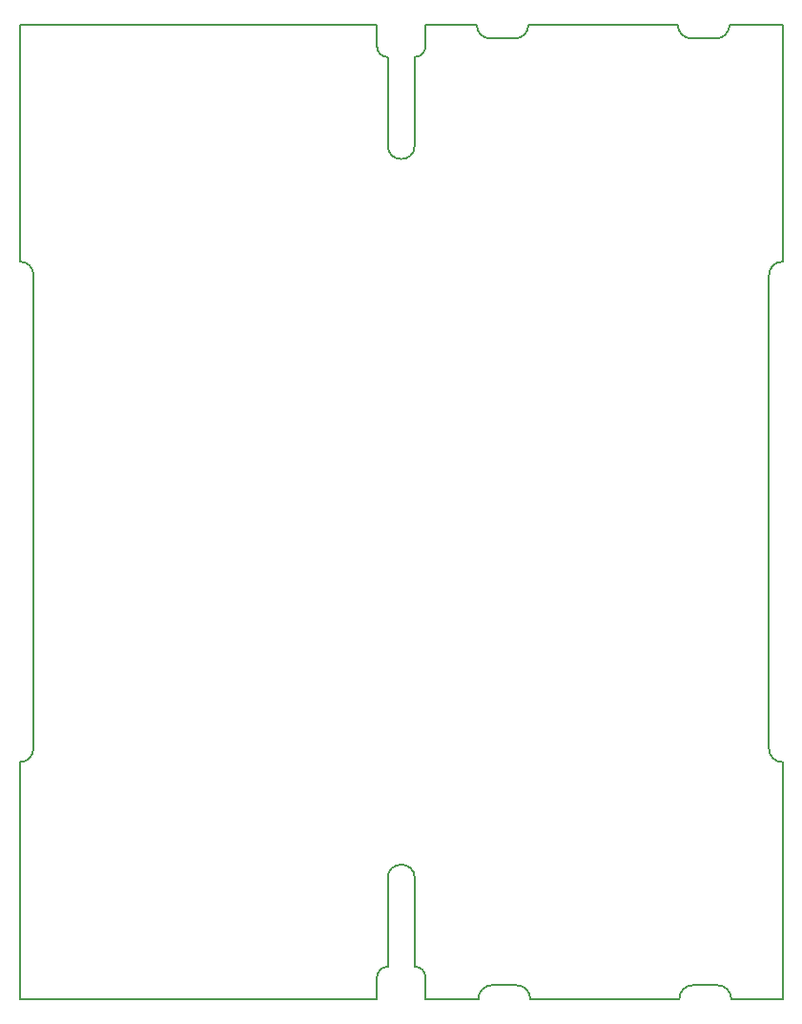
<source format=gm1>
G04 #@! TF.GenerationSoftware,KiCad,Pcbnew,8.0.8*
G04 #@! TF.CreationDate,2025-02-19T14:34:16-05:00*
G04 #@! TF.ProjectId,afe_230v_16a,6166655f-3233-4307-965f-3136612e6b69,rev?*
G04 #@! TF.SameCoordinates,Original*
G04 #@! TF.FileFunction,Profile,NP*
%FSLAX46Y46*%
G04 Gerber Fmt 4.6, Leading zero omitted, Abs format (unit mm)*
G04 Created by KiCad (PCBNEW 8.0.8) date 2025-02-19 14:34:16*
%MOMM*%
%LPD*%
G01*
G04 APERTURE LIST*
G04 #@! TA.AperFunction,Profile*
%ADD10C,0.150000*%
G04 #@! TD*
G04 APERTURE END LIST*
D10*
X150600000Y-62150000D02*
X150600000Y-54300000D01*
X119150000Y-115650000D02*
X119150000Y-73650000D01*
X158650000Y-137850000D02*
G75*
G02*
X159850000Y-136650000I1200000J0D01*
G01*
X149650000Y-51450000D02*
X117950000Y-51450000D01*
X179900000Y-136650000D02*
G75*
G02*
X181100000Y-137850000I0J-1200000D01*
G01*
X149650000Y-53350000D02*
X149650000Y-51450000D01*
X150600000Y-127150000D02*
G75*
G02*
X153000000Y-127150000I1200000J0D01*
G01*
X153950000Y-53350000D02*
X153950000Y-51450000D01*
X153000000Y-135000000D02*
G75*
G02*
X153950000Y-135950000I0J-950000D01*
G01*
X117950000Y-72450000D02*
G75*
G02*
X119150000Y-73650000I0J-1200000D01*
G01*
X180950000Y-51450000D02*
G75*
G02*
X179750000Y-52650000I-1200000J0D01*
G01*
X185650000Y-137850000D02*
X181100000Y-137850000D01*
X176500000Y-137850000D02*
G75*
G02*
X177700000Y-136650000I1200000J0D01*
G01*
X162050000Y-136650000D02*
X159850000Y-136650000D01*
X117950000Y-72450000D02*
X117950000Y-51450000D01*
X149650000Y-135950000D02*
X149650000Y-137850000D01*
X162050000Y-136650000D02*
G75*
G02*
X163250000Y-137850000I0J-1200000D01*
G01*
X158650000Y-137850000D02*
X153950000Y-137850000D01*
X176500000Y-137850000D02*
X163250000Y-137850000D01*
X150600000Y-54300000D02*
G75*
G02*
X149650000Y-53350000I0J950000D01*
G01*
X185650000Y-116850000D02*
G75*
G02*
X184450000Y-115650000I0J1200000D01*
G01*
X179900000Y-136650000D02*
X177700000Y-136650000D01*
X159700000Y-52650000D02*
X161900000Y-52650000D01*
X153000000Y-54300000D02*
X153000000Y-62150000D01*
X163100000Y-51450000D02*
X176350000Y-51450000D01*
X117950000Y-116850000D02*
X117950000Y-137850000D01*
X184450000Y-73650000D02*
G75*
G02*
X185650000Y-72450000I1200000J0D01*
G01*
X177550000Y-52650000D02*
X179750000Y-52650000D01*
X153950000Y-51450000D02*
X158500000Y-51450000D01*
X149650000Y-135950000D02*
G75*
G02*
X150600000Y-135000000I950000J0D01*
G01*
X163100000Y-51450000D02*
G75*
G02*
X161900000Y-52650000I-1200000J0D01*
G01*
X159700000Y-52650000D02*
G75*
G02*
X158500000Y-51450000I0J1200000D01*
G01*
X153950000Y-53350000D02*
G75*
G02*
X153000000Y-54300000I-950000J0D01*
G01*
X150600000Y-135000000D02*
X150600000Y-127150000D01*
X184450000Y-73650000D02*
X184450000Y-115650000D01*
X185650000Y-72450000D02*
X185650000Y-51450000D01*
X177550000Y-52650000D02*
G75*
G02*
X176350000Y-51450000I0J1200000D01*
G01*
X185650000Y-116850000D02*
X185650000Y-137850000D01*
X119150000Y-115650000D02*
G75*
G02*
X117950000Y-116850000I-1200000J0D01*
G01*
X153950000Y-135950000D02*
X153950000Y-137850000D01*
X153000000Y-127150000D02*
X153000000Y-135000000D01*
X180950000Y-51450000D02*
X185650000Y-51450000D01*
X153000000Y-62150000D02*
G75*
G02*
X150600000Y-62150000I-1200000J0D01*
G01*
X149650000Y-137850000D02*
X117950000Y-137850000D01*
M02*

</source>
